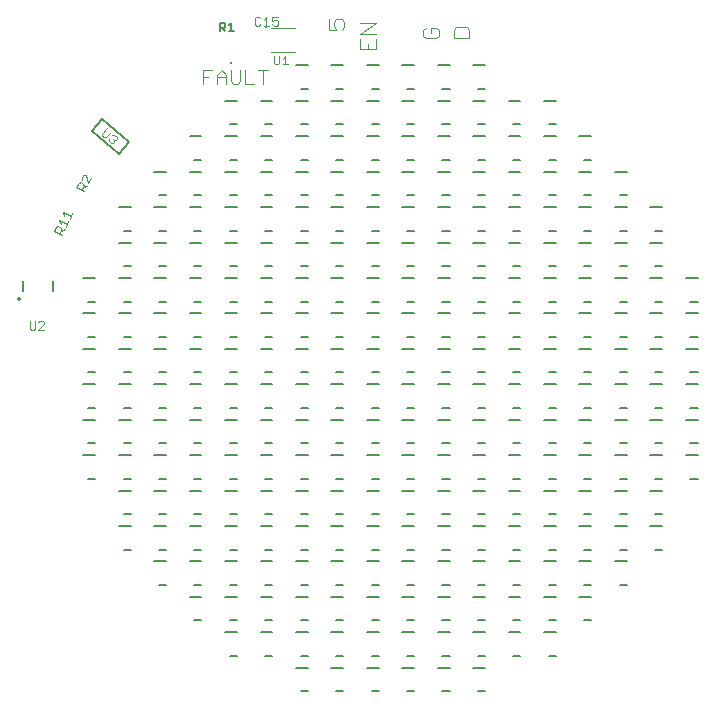
<source format=gbr>
G04 EAGLE Gerber RS-274X export*
G75*
%MOMM*%
%FSLAX34Y34*%
%LPD*%
%INSilkscreen Top*%
%IPPOS*%
%AMOC8*
5,1,8,0,0,1.08239X$1,22.5*%
G01*
%ADD10C,0.101600*%
%ADD11C,0.076200*%
%ADD12C,0.203200*%
%ADD13C,0.127000*%
%ADD14C,0.240000*%
%ADD15C,0.100000*%
%ADD16C,0.152400*%
%ADD17R,0.250000X0.250000*%

G36*
X23861Y405743D02*
X23861Y405743D01*
X23863Y405745D01*
X23864Y405744D01*
X24247Y405903D01*
X24248Y405905D01*
X24250Y405904D01*
X24579Y406156D01*
X24579Y406159D01*
X24581Y406159D01*
X24833Y406487D01*
X24833Y406490D01*
X24835Y406490D01*
X24993Y406873D01*
X24993Y406875D01*
X24994Y406876D01*
X25048Y407287D01*
X25047Y407288D01*
X25047Y407289D01*
X25048Y407290D01*
X24994Y407701D01*
X24992Y407702D01*
X24993Y407704D01*
X24835Y408087D01*
X24833Y408088D01*
X24833Y408090D01*
X24581Y408418D01*
X24579Y408419D01*
X24579Y408420D01*
X24250Y408673D01*
X24248Y408673D01*
X24247Y408674D01*
X23864Y408833D01*
X23862Y408832D01*
X23861Y408834D01*
X23450Y408888D01*
X23449Y408887D01*
X23447Y408888D01*
X23036Y408834D01*
X23035Y408832D01*
X23033Y408833D01*
X22650Y408674D01*
X22650Y408672D01*
X22648Y408673D01*
X22319Y408420D01*
X22319Y408418D01*
X22317Y408418D01*
X22064Y408090D01*
X22065Y408087D01*
X22063Y408087D01*
X21904Y407704D01*
X21905Y407702D01*
X21904Y407701D01*
X21849Y407290D01*
X21851Y407288D01*
X21849Y407287D01*
X21904Y406876D01*
X21905Y406875D01*
X21904Y406873D01*
X22063Y406490D01*
X22065Y406489D01*
X22064Y406487D01*
X22317Y406159D01*
X22319Y406158D01*
X22319Y406156D01*
X22648Y405904D01*
X22650Y405904D01*
X22650Y405903D01*
X23033Y405744D01*
X23035Y405745D01*
X23036Y405743D01*
X23447Y405689D01*
X23449Y405690D01*
X23450Y405689D01*
X23861Y405743D01*
G37*
D10*
X285644Y643968D02*
X285644Y635155D01*
X292254Y635155D01*
X290050Y639562D01*
X290050Y641765D01*
X292254Y643968D01*
X296660Y643968D01*
X298863Y641765D01*
X298863Y637358D01*
X296660Y635155D01*
X312439Y627660D02*
X312439Y618847D01*
X325658Y618847D01*
X325658Y627660D01*
X319049Y623253D02*
X319049Y618847D01*
X325658Y631944D02*
X312439Y631944D01*
X325658Y640757D01*
X312439Y640757D01*
X365753Y634626D02*
X367957Y636829D01*
X365753Y634626D02*
X365753Y630219D01*
X367957Y628016D01*
X376769Y628016D01*
X378973Y630219D01*
X378973Y634626D01*
X376769Y636829D01*
X372363Y636829D01*
X372363Y632423D01*
X391575Y628493D02*
X404794Y628493D01*
X404794Y635102D01*
X402591Y637305D01*
X393778Y637305D01*
X391575Y635102D01*
X391575Y628493D01*
D11*
X227974Y644820D02*
X226745Y646048D01*
X224288Y646048D01*
X223059Y644820D01*
X223059Y639905D01*
X224288Y638676D01*
X226745Y638676D01*
X227974Y639905D01*
X230543Y643591D02*
X233001Y646048D01*
X233001Y638676D01*
X235458Y638676D02*
X230543Y638676D01*
X238027Y646048D02*
X242942Y646048D01*
X238027Y646048D02*
X238027Y642362D01*
X240485Y643591D01*
X241713Y643591D01*
X242942Y642362D01*
X242942Y639905D01*
X241713Y638676D01*
X239256Y638676D01*
X238027Y639905D01*
D12*
X52024Y422695D02*
X52024Y414107D01*
X26624Y414107D02*
X26624Y422695D01*
D11*
X32470Y388536D02*
X32470Y382393D01*
X33698Y381164D01*
X36156Y381164D01*
X37384Y382393D01*
X37384Y388536D01*
X39954Y381164D02*
X44869Y381164D01*
X39954Y381164D02*
X44869Y386079D01*
X44869Y387308D01*
X43640Y388536D01*
X41182Y388536D01*
X39954Y387308D01*
D13*
X108092Y530016D02*
X116535Y539901D01*
X108092Y530016D02*
X85280Y549499D01*
X93723Y559384D01*
X116535Y539901D01*
D11*
X97741Y551980D02*
X93751Y547308D01*
X93888Y545576D01*
X95756Y543980D01*
X97489Y544116D01*
X101478Y548788D01*
X102634Y546185D02*
X104366Y546321D01*
X106235Y544725D01*
X106371Y542993D01*
X105573Y542059D01*
X103841Y541923D01*
X102907Y542720D01*
X103841Y541923D02*
X103977Y540190D01*
X103179Y539256D01*
X101447Y539120D01*
X99579Y540716D01*
X99442Y542448D01*
X72188Y502387D02*
X78540Y498645D01*
X72188Y502387D02*
X74059Y505563D01*
X75741Y505998D01*
X77859Y504751D01*
X78294Y503069D01*
X76423Y499893D01*
X77670Y502010D02*
X81035Y502880D01*
X82339Y505094D02*
X84833Y509329D01*
X82339Y505094D02*
X80598Y511823D01*
X79540Y512447D01*
X77857Y512012D01*
X76610Y509894D01*
X77045Y508212D01*
X53378Y464773D02*
X60043Y461622D01*
X53378Y464773D02*
X54954Y468105D01*
X56589Y468691D01*
X58811Y467641D01*
X59397Y466005D01*
X57822Y462672D01*
X58872Y464894D02*
X62144Y466066D01*
X58798Y470489D02*
X57627Y473761D01*
X64292Y470610D01*
X63242Y468389D02*
X65342Y472832D01*
X61997Y477255D02*
X60825Y480527D01*
X67490Y477376D01*
X66440Y475155D02*
X68541Y479598D01*
D13*
X258000Y605000D02*
X268000Y605000D01*
X268000Y585000D02*
X262000Y585000D01*
X288000Y605000D02*
X298000Y605000D01*
X298000Y585000D02*
X292000Y585000D01*
X318000Y605000D02*
X328000Y605000D01*
X328000Y585000D02*
X322000Y585000D01*
X348000Y605000D02*
X358000Y605000D01*
X358000Y585000D02*
X352000Y585000D01*
X378000Y605000D02*
X388000Y605000D01*
X388000Y585000D02*
X382000Y585000D01*
X408000Y605000D02*
X418000Y605000D01*
X418000Y585000D02*
X412000Y585000D01*
X208000Y575000D02*
X198000Y575000D01*
X202000Y555000D02*
X208000Y555000D01*
X228000Y575000D02*
X238000Y575000D01*
X238000Y555000D02*
X232000Y555000D01*
X258000Y575000D02*
X268000Y575000D01*
X268000Y555000D02*
X262000Y555000D01*
X288000Y575000D02*
X298000Y575000D01*
X298000Y555000D02*
X292000Y555000D01*
X318000Y575000D02*
X328000Y575000D01*
X328000Y555000D02*
X322000Y555000D01*
X348000Y575000D02*
X358000Y575000D01*
X358000Y555000D02*
X352000Y555000D01*
X378000Y575000D02*
X388000Y575000D01*
X388000Y555000D02*
X382000Y555000D01*
X408000Y575000D02*
X418000Y575000D01*
X418000Y555000D02*
X412000Y555000D01*
X438000Y575000D02*
X448000Y575000D01*
X448000Y555000D02*
X442000Y555000D01*
X468000Y575000D02*
X478000Y575000D01*
X478000Y555000D02*
X472000Y555000D01*
X178000Y545000D02*
X168000Y545000D01*
X172000Y525000D02*
X178000Y525000D01*
X198000Y545000D02*
X208000Y545000D01*
X208000Y525000D02*
X202000Y525000D01*
X228000Y545000D02*
X238000Y545000D01*
X238000Y525000D02*
X232000Y525000D01*
X258000Y545000D02*
X268000Y545000D01*
X268000Y525000D02*
X262000Y525000D01*
X288000Y545000D02*
X298000Y545000D01*
X298000Y525000D02*
X292000Y525000D01*
X318000Y545000D02*
X328000Y545000D01*
X328000Y525000D02*
X322000Y525000D01*
X348000Y545000D02*
X358000Y545000D01*
X358000Y525000D02*
X352000Y525000D01*
X378000Y545000D02*
X388000Y545000D01*
X388000Y525000D02*
X382000Y525000D01*
X408000Y545000D02*
X418000Y545000D01*
X418000Y525000D02*
X412000Y525000D01*
X438000Y545000D02*
X448000Y545000D01*
X448000Y525000D02*
X442000Y525000D01*
X468000Y545000D02*
X478000Y545000D01*
X478000Y525000D02*
X472000Y525000D01*
X498000Y545000D02*
X508000Y545000D01*
X508000Y525000D02*
X502000Y525000D01*
X148000Y515000D02*
X138000Y515000D01*
X142000Y495000D02*
X148000Y495000D01*
X168000Y515000D02*
X178000Y515000D01*
X178000Y495000D02*
X172000Y495000D01*
X198000Y515000D02*
X208000Y515000D01*
X208000Y495000D02*
X202000Y495000D01*
X228000Y515000D02*
X238000Y515000D01*
X238000Y495000D02*
X232000Y495000D01*
X258000Y515000D02*
X268000Y515000D01*
X268000Y495000D02*
X262000Y495000D01*
X288000Y515000D02*
X298000Y515000D01*
X298000Y495000D02*
X292000Y495000D01*
X318000Y515000D02*
X328000Y515000D01*
X328000Y495000D02*
X322000Y495000D01*
X348000Y515000D02*
X358000Y515000D01*
X358000Y495000D02*
X352000Y495000D01*
X378000Y515000D02*
X388000Y515000D01*
X388000Y495000D02*
X382000Y495000D01*
X408000Y515000D02*
X418000Y515000D01*
X418000Y495000D02*
X412000Y495000D01*
X438000Y515000D02*
X448000Y515000D01*
X448000Y495000D02*
X442000Y495000D01*
X468000Y515000D02*
X478000Y515000D01*
X478000Y495000D02*
X472000Y495000D01*
X498000Y515000D02*
X508000Y515000D01*
X508000Y495000D02*
X502000Y495000D01*
X528000Y515000D02*
X538000Y515000D01*
X538000Y495000D02*
X532000Y495000D01*
X118000Y485000D02*
X108000Y485000D01*
X112000Y465000D02*
X118000Y465000D01*
X138000Y485000D02*
X148000Y485000D01*
X148000Y465000D02*
X142000Y465000D01*
X168000Y485000D02*
X178000Y485000D01*
X178000Y465000D02*
X172000Y465000D01*
X198000Y485000D02*
X208000Y485000D01*
X208000Y465000D02*
X202000Y465000D01*
X228000Y485000D02*
X238000Y485000D01*
X238000Y465000D02*
X232000Y465000D01*
X258000Y485000D02*
X268000Y485000D01*
X268000Y465000D02*
X262000Y465000D01*
X288000Y485000D02*
X298000Y485000D01*
X298000Y465000D02*
X292000Y465000D01*
X318000Y485000D02*
X328000Y485000D01*
X328000Y465000D02*
X322000Y465000D01*
X348000Y485000D02*
X358000Y485000D01*
X358000Y465000D02*
X352000Y465000D01*
X378000Y485000D02*
X388000Y485000D01*
X388000Y465000D02*
X382000Y465000D01*
X408000Y485000D02*
X418000Y485000D01*
X418000Y465000D02*
X412000Y465000D01*
X438000Y485000D02*
X448000Y485000D01*
X448000Y465000D02*
X442000Y465000D01*
X468000Y485000D02*
X478000Y485000D01*
X478000Y465000D02*
X472000Y465000D01*
X498000Y485000D02*
X508000Y485000D01*
X508000Y465000D02*
X502000Y465000D01*
X528000Y485000D02*
X538000Y485000D01*
X538000Y465000D02*
X532000Y465000D01*
X558000Y485000D02*
X568000Y485000D01*
X568000Y465000D02*
X562000Y465000D01*
X118000Y455000D02*
X108000Y455000D01*
X112000Y435000D02*
X118000Y435000D01*
X138000Y455000D02*
X148000Y455000D01*
X148000Y435000D02*
X142000Y435000D01*
X168000Y455000D02*
X178000Y455000D01*
X178000Y435000D02*
X172000Y435000D01*
X198000Y455000D02*
X208000Y455000D01*
X208000Y435000D02*
X202000Y435000D01*
X228000Y455000D02*
X238000Y455000D01*
X238000Y435000D02*
X232000Y435000D01*
X258000Y455000D02*
X268000Y455000D01*
X268000Y435000D02*
X262000Y435000D01*
X288000Y455000D02*
X298000Y455000D01*
X298000Y435000D02*
X292000Y435000D01*
X318000Y455000D02*
X328000Y455000D01*
X328000Y435000D02*
X322000Y435000D01*
X348000Y455000D02*
X358000Y455000D01*
X358000Y435000D02*
X352000Y435000D01*
X378000Y455000D02*
X388000Y455000D01*
X388000Y435000D02*
X382000Y435000D01*
X408000Y455000D02*
X418000Y455000D01*
X418000Y435000D02*
X412000Y435000D01*
X438000Y455000D02*
X448000Y455000D01*
X448000Y435000D02*
X442000Y435000D01*
X468000Y455000D02*
X478000Y455000D01*
X478000Y435000D02*
X472000Y435000D01*
X498000Y455000D02*
X508000Y455000D01*
X508000Y435000D02*
X502000Y435000D01*
X528000Y455000D02*
X538000Y455000D01*
X538000Y435000D02*
X532000Y435000D01*
X558000Y455000D02*
X568000Y455000D01*
X568000Y435000D02*
X562000Y435000D01*
X88000Y425000D02*
X78000Y425000D01*
X82000Y405000D02*
X88000Y405000D01*
X108000Y425000D02*
X118000Y425000D01*
X118000Y405000D02*
X112000Y405000D01*
X138000Y425000D02*
X148000Y425000D01*
X148000Y405000D02*
X142000Y405000D01*
X168000Y425000D02*
X178000Y425000D01*
X178000Y405000D02*
X172000Y405000D01*
X198000Y425000D02*
X208000Y425000D01*
X208000Y405000D02*
X202000Y405000D01*
X228000Y425000D02*
X238000Y425000D01*
X238000Y405000D02*
X232000Y405000D01*
X258000Y425000D02*
X268000Y425000D01*
X268000Y405000D02*
X262000Y405000D01*
X288000Y425000D02*
X298000Y425000D01*
X298000Y405000D02*
X292000Y405000D01*
X318000Y425000D02*
X328000Y425000D01*
X328000Y405000D02*
X322000Y405000D01*
X348000Y425000D02*
X358000Y425000D01*
X358000Y405000D02*
X352000Y405000D01*
X378000Y425000D02*
X388000Y425000D01*
X388000Y405000D02*
X382000Y405000D01*
X408000Y425000D02*
X418000Y425000D01*
X418000Y405000D02*
X412000Y405000D01*
X438000Y425000D02*
X448000Y425000D01*
X448000Y405000D02*
X442000Y405000D01*
X468000Y425000D02*
X478000Y425000D01*
X478000Y405000D02*
X472000Y405000D01*
X498000Y425000D02*
X508000Y425000D01*
X508000Y405000D02*
X502000Y405000D01*
X528000Y425000D02*
X538000Y425000D01*
X538000Y405000D02*
X532000Y405000D01*
X558000Y425000D02*
X568000Y425000D01*
X568000Y405000D02*
X562000Y405000D01*
X588000Y425000D02*
X598000Y425000D01*
X598000Y405000D02*
X592000Y405000D01*
X88000Y395000D02*
X78000Y395000D01*
X82000Y375000D02*
X88000Y375000D01*
X108000Y395000D02*
X118000Y395000D01*
X118000Y375000D02*
X112000Y375000D01*
X138000Y395000D02*
X148000Y395000D01*
X148000Y375000D02*
X142000Y375000D01*
X168000Y395000D02*
X178000Y395000D01*
X178000Y375000D02*
X172000Y375000D01*
X198000Y395000D02*
X208000Y395000D01*
X208000Y375000D02*
X202000Y375000D01*
X228000Y395000D02*
X238000Y395000D01*
X238000Y375000D02*
X232000Y375000D01*
X258000Y395000D02*
X268000Y395000D01*
X268000Y375000D02*
X262000Y375000D01*
X288000Y395000D02*
X298000Y395000D01*
X298000Y375000D02*
X292000Y375000D01*
X318000Y395000D02*
X328000Y395000D01*
X328000Y375000D02*
X322000Y375000D01*
X348000Y395000D02*
X358000Y395000D01*
X358000Y375000D02*
X352000Y375000D01*
X378000Y395000D02*
X388000Y395000D01*
X388000Y375000D02*
X382000Y375000D01*
X408000Y395000D02*
X418000Y395000D01*
X418000Y375000D02*
X412000Y375000D01*
X438000Y395000D02*
X448000Y395000D01*
X448000Y375000D02*
X442000Y375000D01*
X468000Y395000D02*
X478000Y395000D01*
X478000Y375000D02*
X472000Y375000D01*
X498000Y395000D02*
X508000Y395000D01*
X508000Y375000D02*
X502000Y375000D01*
X528000Y395000D02*
X538000Y395000D01*
X538000Y375000D02*
X532000Y375000D01*
X558000Y395000D02*
X568000Y395000D01*
X568000Y375000D02*
X562000Y375000D01*
X588000Y395000D02*
X598000Y395000D01*
X598000Y375000D02*
X592000Y375000D01*
X88000Y365000D02*
X78000Y365000D01*
X82000Y345000D02*
X88000Y345000D01*
X108000Y365000D02*
X118000Y365000D01*
X118000Y345000D02*
X112000Y345000D01*
X138000Y365000D02*
X148000Y365000D01*
X148000Y345000D02*
X142000Y345000D01*
X168000Y365000D02*
X178000Y365000D01*
X178000Y345000D02*
X172000Y345000D01*
X198000Y365000D02*
X208000Y365000D01*
X208000Y345000D02*
X202000Y345000D01*
X228000Y365000D02*
X238000Y365000D01*
X238000Y345000D02*
X232000Y345000D01*
X258000Y365000D02*
X268000Y365000D01*
X268000Y345000D02*
X262000Y345000D01*
X288000Y365000D02*
X298000Y365000D01*
X298000Y345000D02*
X292000Y345000D01*
X318000Y365000D02*
X328000Y365000D01*
X328000Y345000D02*
X322000Y345000D01*
X348000Y365000D02*
X358000Y365000D01*
X358000Y345000D02*
X352000Y345000D01*
X378000Y365000D02*
X388000Y365000D01*
X388000Y345000D02*
X382000Y345000D01*
X408000Y365000D02*
X418000Y365000D01*
X418000Y345000D02*
X412000Y345000D01*
X438000Y365000D02*
X448000Y365000D01*
X448000Y345000D02*
X442000Y345000D01*
X468000Y365000D02*
X478000Y365000D01*
X478000Y345000D02*
X472000Y345000D01*
X498000Y365000D02*
X508000Y365000D01*
X508000Y345000D02*
X502000Y345000D01*
X528000Y365000D02*
X538000Y365000D01*
X538000Y345000D02*
X532000Y345000D01*
X558000Y365000D02*
X568000Y365000D01*
X568000Y345000D02*
X562000Y345000D01*
X588000Y365000D02*
X598000Y365000D01*
X598000Y345000D02*
X592000Y345000D01*
X88000Y335000D02*
X78000Y335000D01*
X82000Y315000D02*
X88000Y315000D01*
X108000Y335000D02*
X118000Y335000D01*
X118000Y315000D02*
X112000Y315000D01*
X138000Y335000D02*
X148000Y335000D01*
X148000Y315000D02*
X142000Y315000D01*
X168000Y335000D02*
X178000Y335000D01*
X178000Y315000D02*
X172000Y315000D01*
X198000Y335000D02*
X208000Y335000D01*
X208000Y315000D02*
X202000Y315000D01*
X228000Y335000D02*
X238000Y335000D01*
X238000Y315000D02*
X232000Y315000D01*
X258000Y335000D02*
X268000Y335000D01*
X268000Y315000D02*
X262000Y315000D01*
X288000Y335000D02*
X298000Y335000D01*
X298000Y315000D02*
X292000Y315000D01*
X318000Y335000D02*
X328000Y335000D01*
X328000Y315000D02*
X322000Y315000D01*
X348000Y335000D02*
X358000Y335000D01*
X358000Y315000D02*
X352000Y315000D01*
X378000Y335000D02*
X388000Y335000D01*
X388000Y315000D02*
X382000Y315000D01*
X408000Y335000D02*
X418000Y335000D01*
X418000Y315000D02*
X412000Y315000D01*
X438000Y335000D02*
X448000Y335000D01*
X448000Y315000D02*
X442000Y315000D01*
X468000Y335000D02*
X478000Y335000D01*
X478000Y315000D02*
X472000Y315000D01*
X498000Y335000D02*
X508000Y335000D01*
X508000Y315000D02*
X502000Y315000D01*
X528000Y335000D02*
X538000Y335000D01*
X538000Y315000D02*
X532000Y315000D01*
X558000Y335000D02*
X568000Y335000D01*
X568000Y315000D02*
X562000Y315000D01*
X588000Y335000D02*
X598000Y335000D01*
X598000Y315000D02*
X592000Y315000D01*
X88000Y305000D02*
X78000Y305000D01*
X82000Y285000D02*
X88000Y285000D01*
X108000Y305000D02*
X118000Y305000D01*
X118000Y285000D02*
X112000Y285000D01*
X138000Y305000D02*
X148000Y305000D01*
X148000Y285000D02*
X142000Y285000D01*
X168000Y305000D02*
X178000Y305000D01*
X178000Y285000D02*
X172000Y285000D01*
X198000Y305000D02*
X208000Y305000D01*
X208000Y285000D02*
X202000Y285000D01*
X228000Y305000D02*
X238000Y305000D01*
X238000Y285000D02*
X232000Y285000D01*
X258000Y305000D02*
X268000Y305000D01*
X268000Y285000D02*
X262000Y285000D01*
X288000Y305000D02*
X298000Y305000D01*
X298000Y285000D02*
X292000Y285000D01*
X318000Y305000D02*
X328000Y305000D01*
X328000Y285000D02*
X322000Y285000D01*
X348000Y305000D02*
X358000Y305000D01*
X358000Y285000D02*
X352000Y285000D01*
X378000Y305000D02*
X388000Y305000D01*
X388000Y285000D02*
X382000Y285000D01*
X408000Y305000D02*
X418000Y305000D01*
X418000Y285000D02*
X412000Y285000D01*
X438000Y305000D02*
X448000Y305000D01*
X448000Y285000D02*
X442000Y285000D01*
X468000Y305000D02*
X478000Y305000D01*
X478000Y285000D02*
X472000Y285000D01*
X498000Y305000D02*
X508000Y305000D01*
X508000Y285000D02*
X502000Y285000D01*
X528000Y305000D02*
X538000Y305000D01*
X538000Y285000D02*
X532000Y285000D01*
X558000Y305000D02*
X568000Y305000D01*
X568000Y285000D02*
X562000Y285000D01*
X588000Y305000D02*
X598000Y305000D01*
X598000Y285000D02*
X592000Y285000D01*
X88000Y275000D02*
X78000Y275000D01*
X82000Y255000D02*
X88000Y255000D01*
X108000Y275000D02*
X118000Y275000D01*
X118000Y255000D02*
X112000Y255000D01*
X138000Y275000D02*
X148000Y275000D01*
X148000Y255000D02*
X142000Y255000D01*
X168000Y275000D02*
X178000Y275000D01*
X178000Y255000D02*
X172000Y255000D01*
X198000Y275000D02*
X208000Y275000D01*
X208000Y255000D02*
X202000Y255000D01*
X228000Y275000D02*
X238000Y275000D01*
X238000Y255000D02*
X232000Y255000D01*
X258000Y275000D02*
X268000Y275000D01*
X268000Y255000D02*
X262000Y255000D01*
X288000Y275000D02*
X298000Y275000D01*
X298000Y255000D02*
X292000Y255000D01*
X318000Y275000D02*
X328000Y275000D01*
X328000Y255000D02*
X322000Y255000D01*
X348000Y275000D02*
X358000Y275000D01*
X358000Y255000D02*
X352000Y255000D01*
X378000Y275000D02*
X388000Y275000D01*
X388000Y255000D02*
X382000Y255000D01*
X408000Y275000D02*
X418000Y275000D01*
X418000Y255000D02*
X412000Y255000D01*
X438000Y275000D02*
X448000Y275000D01*
X448000Y255000D02*
X442000Y255000D01*
X468000Y275000D02*
X478000Y275000D01*
X478000Y255000D02*
X472000Y255000D01*
X498000Y275000D02*
X508000Y275000D01*
X508000Y255000D02*
X502000Y255000D01*
X528000Y275000D02*
X538000Y275000D01*
X538000Y255000D02*
X532000Y255000D01*
X558000Y275000D02*
X568000Y275000D01*
X568000Y255000D02*
X562000Y255000D01*
X588000Y275000D02*
X598000Y275000D01*
X598000Y255000D02*
X592000Y255000D01*
X118000Y245000D02*
X108000Y245000D01*
X112000Y225000D02*
X118000Y225000D01*
X138000Y245000D02*
X148000Y245000D01*
X148000Y225000D02*
X142000Y225000D01*
X168000Y245000D02*
X178000Y245000D01*
X178000Y225000D02*
X172000Y225000D01*
X198000Y245000D02*
X208000Y245000D01*
X208000Y225000D02*
X202000Y225000D01*
X228000Y245000D02*
X238000Y245000D01*
X238000Y225000D02*
X232000Y225000D01*
X258000Y245000D02*
X268000Y245000D01*
X268000Y225000D02*
X262000Y225000D01*
X288000Y245000D02*
X298000Y245000D01*
X298000Y225000D02*
X292000Y225000D01*
X318000Y245000D02*
X328000Y245000D01*
X328000Y225000D02*
X322000Y225000D01*
X348000Y245000D02*
X358000Y245000D01*
X358000Y225000D02*
X352000Y225000D01*
X378000Y245000D02*
X388000Y245000D01*
X388000Y225000D02*
X382000Y225000D01*
X408000Y245000D02*
X418000Y245000D01*
X418000Y225000D02*
X412000Y225000D01*
X438000Y245000D02*
X448000Y245000D01*
X448000Y225000D02*
X442000Y225000D01*
X468000Y245000D02*
X478000Y245000D01*
X478000Y225000D02*
X472000Y225000D01*
X498000Y245000D02*
X508000Y245000D01*
X508000Y225000D02*
X502000Y225000D01*
X528000Y245000D02*
X538000Y245000D01*
X538000Y225000D02*
X532000Y225000D01*
X558000Y245000D02*
X568000Y245000D01*
X568000Y225000D02*
X562000Y225000D01*
X118000Y215000D02*
X108000Y215000D01*
X112000Y195000D02*
X118000Y195000D01*
X138000Y215000D02*
X148000Y215000D01*
X148000Y195000D02*
X142000Y195000D01*
X168000Y215000D02*
X178000Y215000D01*
X178000Y195000D02*
X172000Y195000D01*
X198000Y215000D02*
X208000Y215000D01*
X208000Y195000D02*
X202000Y195000D01*
X228000Y215000D02*
X238000Y215000D01*
X238000Y195000D02*
X232000Y195000D01*
X258000Y215000D02*
X268000Y215000D01*
X268000Y195000D02*
X262000Y195000D01*
X288000Y215000D02*
X298000Y215000D01*
X298000Y195000D02*
X292000Y195000D01*
X318000Y215000D02*
X328000Y215000D01*
X328000Y195000D02*
X322000Y195000D01*
X348000Y215000D02*
X358000Y215000D01*
X358000Y195000D02*
X352000Y195000D01*
X378000Y215000D02*
X388000Y215000D01*
X388000Y195000D02*
X382000Y195000D01*
X408000Y215000D02*
X418000Y215000D01*
X418000Y195000D02*
X412000Y195000D01*
X438000Y215000D02*
X448000Y215000D01*
X448000Y195000D02*
X442000Y195000D01*
X468000Y215000D02*
X478000Y215000D01*
X478000Y195000D02*
X472000Y195000D01*
X498000Y215000D02*
X508000Y215000D01*
X508000Y195000D02*
X502000Y195000D01*
X528000Y215000D02*
X538000Y215000D01*
X538000Y195000D02*
X532000Y195000D01*
X558000Y215000D02*
X568000Y215000D01*
X568000Y195000D02*
X562000Y195000D01*
X148000Y185000D02*
X138000Y185000D01*
X142000Y165000D02*
X148000Y165000D01*
X168000Y185000D02*
X178000Y185000D01*
X178000Y165000D02*
X172000Y165000D01*
X198000Y185000D02*
X208000Y185000D01*
X208000Y165000D02*
X202000Y165000D01*
X228000Y185000D02*
X238000Y185000D01*
X238000Y165000D02*
X232000Y165000D01*
X258000Y185000D02*
X268000Y185000D01*
X268000Y165000D02*
X262000Y165000D01*
X288000Y185000D02*
X298000Y185000D01*
X298000Y165000D02*
X292000Y165000D01*
X318000Y185000D02*
X328000Y185000D01*
X328000Y165000D02*
X322000Y165000D01*
X348000Y185000D02*
X358000Y185000D01*
X358000Y165000D02*
X352000Y165000D01*
X378000Y185000D02*
X388000Y185000D01*
X388000Y165000D02*
X382000Y165000D01*
X408000Y185000D02*
X418000Y185000D01*
X418000Y165000D02*
X412000Y165000D01*
X438000Y185000D02*
X448000Y185000D01*
X448000Y165000D02*
X442000Y165000D01*
X468000Y185000D02*
X478000Y185000D01*
X478000Y165000D02*
X472000Y165000D01*
X498000Y185000D02*
X508000Y185000D01*
X508000Y165000D02*
X502000Y165000D01*
X528000Y185000D02*
X538000Y185000D01*
X538000Y165000D02*
X532000Y165000D01*
X178000Y155000D02*
X168000Y155000D01*
X172000Y135000D02*
X178000Y135000D01*
X198000Y155000D02*
X208000Y155000D01*
X208000Y135000D02*
X202000Y135000D01*
X228000Y155000D02*
X238000Y155000D01*
X238000Y135000D02*
X232000Y135000D01*
X258000Y155000D02*
X268000Y155000D01*
X268000Y135000D02*
X262000Y135000D01*
X288000Y155000D02*
X298000Y155000D01*
X298000Y135000D02*
X292000Y135000D01*
X318000Y155000D02*
X328000Y155000D01*
X328000Y135000D02*
X322000Y135000D01*
X348000Y155000D02*
X358000Y155000D01*
X358000Y135000D02*
X352000Y135000D01*
X378000Y155000D02*
X388000Y155000D01*
X388000Y135000D02*
X382000Y135000D01*
X408000Y155000D02*
X418000Y155000D01*
X418000Y135000D02*
X412000Y135000D01*
X438000Y155000D02*
X448000Y155000D01*
X448000Y135000D02*
X442000Y135000D01*
X468000Y155000D02*
X478000Y155000D01*
X478000Y135000D02*
X472000Y135000D01*
X498000Y155000D02*
X508000Y155000D01*
X508000Y135000D02*
X502000Y135000D01*
X208000Y125000D02*
X198000Y125000D01*
X202000Y105000D02*
X208000Y105000D01*
X228000Y125000D02*
X238000Y125000D01*
X238000Y105000D02*
X232000Y105000D01*
X258000Y125000D02*
X268000Y125000D01*
X268000Y105000D02*
X262000Y105000D01*
X288000Y125000D02*
X298000Y125000D01*
X298000Y105000D02*
X292000Y105000D01*
X318000Y125000D02*
X328000Y125000D01*
X328000Y105000D02*
X322000Y105000D01*
X348000Y125000D02*
X358000Y125000D01*
X358000Y105000D02*
X352000Y105000D01*
X378000Y125000D02*
X388000Y125000D01*
X388000Y105000D02*
X382000Y105000D01*
X408000Y125000D02*
X418000Y125000D01*
X418000Y105000D02*
X412000Y105000D01*
X438000Y125000D02*
X448000Y125000D01*
X448000Y105000D02*
X442000Y105000D01*
X468000Y125000D02*
X478000Y125000D01*
X478000Y105000D02*
X472000Y105000D01*
X268000Y95000D02*
X258000Y95000D01*
X262000Y75000D02*
X268000Y75000D01*
X288000Y95000D02*
X298000Y95000D01*
X298000Y75000D02*
X292000Y75000D01*
X318000Y95000D02*
X328000Y95000D01*
X328000Y75000D02*
X322000Y75000D01*
X348000Y95000D02*
X358000Y95000D01*
X358000Y75000D02*
X352000Y75000D01*
X378000Y95000D02*
X388000Y95000D01*
X388000Y75000D02*
X382000Y75000D01*
X408000Y95000D02*
X418000Y95000D01*
X418000Y75000D02*
X412000Y75000D01*
D14*
X232769Y637764D03*
D15*
X237269Y636364D02*
X257269Y636364D01*
X257269Y616364D02*
X237269Y616364D01*
D10*
X239150Y613101D02*
X239150Y607169D01*
X240336Y605983D01*
X242709Y605983D01*
X243895Y607169D01*
X243895Y613101D01*
X246634Y610728D02*
X249007Y613101D01*
X249007Y605983D01*
X251379Y605983D02*
X246634Y605983D01*
D16*
X193566Y634365D02*
X193566Y640975D01*
X196871Y640975D01*
X197972Y639873D01*
X197972Y637670D01*
X196871Y636568D01*
X193566Y636568D01*
X195769Y636568D02*
X197972Y634365D01*
X201050Y638771D02*
X203253Y640975D01*
X203253Y634365D01*
X201050Y634365D02*
X205456Y634365D01*
D17*
X203180Y606933D03*
D10*
X179451Y601101D02*
X179451Y589407D01*
X179451Y601101D02*
X187247Y601101D01*
X183349Y595254D02*
X179451Y595254D01*
X191145Y597203D02*
X191145Y589407D01*
X191145Y597203D02*
X195043Y601101D01*
X198941Y597203D01*
X198941Y589407D01*
X198941Y595254D02*
X191145Y595254D01*
X202839Y591356D02*
X202839Y601101D01*
X202839Y591356D02*
X204788Y589407D01*
X208686Y589407D01*
X210635Y591356D01*
X210635Y601101D01*
X214533Y601101D02*
X214533Y589407D01*
X222329Y589407D01*
X230125Y589407D02*
X230125Y601101D01*
X226227Y601101D02*
X234023Y601101D01*
M02*

</source>
